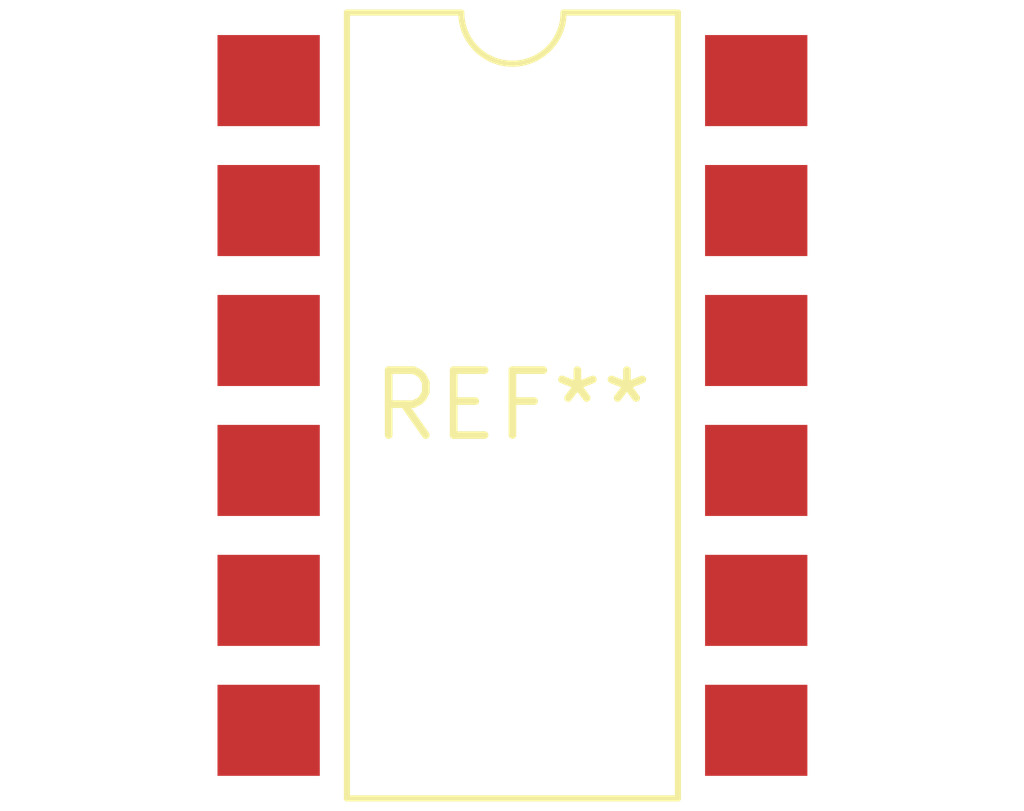
<source format=kicad_pcb>
(kicad_pcb (version 20240108) (generator pcbnew)
  (layers (0 "F.Cu" signal) (31 "B.Cu" signal) (34 "B.Paste" user) (35 "F.Paste" user) (36 "B.SilkS" user "B.Silkscreen") (37 "F.SilkS" user "F.Silkscreen") (38 "B.Mask" user) (39 "F.Mask" user) (44 "Edge.Cuts" user))
  (net 0 "")
  (footprint "SMDIP-12_W9.53mm" (layer "F.Cu") (at 0 0)
    (property "Reference" "REF**")
    (property "Value" "SMDIP-12_W9.53mm")
    (fp_line (start -3.235 -7.68) (end -3.235 7.68) (layer "F.SilkS") (stroke (width 0.12)))
    (fp_line (start -3.235 7.68) (end 3.235 7.68) (layer "F.SilkS") (stroke (width 0.12)))
    (fp_line (start -1 -7.68) (end -3.235 -7.68) (layer "F.SilkS") (stroke (width 0.12)))
    (fp_line (start 3.235 -7.68) (end 1 -7.68) (layer "F.SilkS") (stroke (width 0.12)))
    (fp_line (start 3.235 7.68) (end 3.235 -7.68) (layer "F.SilkS") (stroke (width 0.12)))
    (fp_arc (start 1 -7.68) (mid 0 -6.68) (end -1 -7.68) (layer "F.SilkS") (stroke (width 0.12)))
    (pad "1" smd rect (at -4.765 -6.35) (size 2 1.78) (layers "F.Cu" "F.Paste" "F.Mask"))
    (pad "2" smd rect (at -4.765 -3.81) (size 2 1.78) (layers "F.Cu" "F.Paste" "F.Mask"))
    (pad "3" smd rect (at -4.765 -1.27) (size 2 1.78) (layers "F.Cu" "F.Paste" "F.Mask"))
    (pad "4" smd rect (at -4.765 1.27) (size 2 1.78) (layers "F.Cu" "F.Paste" "F.Mask"))
    (pad "5" smd rect (at -4.765 3.81) (size 2 1.78) (layers "F.Cu" "F.Paste" "F.Mask"))
    (pad "6" smd rect (at -4.765 6.35) (size 2 1.78) (layers "F.Cu" "F.Paste" "F.Mask"))
    (pad "7" smd rect (at 4.765 6.35) (size 2 1.78) (layers "F.Cu" "F.Paste" "F.Mask"))
    (pad "8" smd rect (at 4.765 3.81) (size 2 1.78) (layers "F.Cu" "F.Paste" "F.Mask"))
    (pad "9" smd rect (at 4.765 1.27) (size 2 1.78) (layers "F.Cu" "F.Paste" "F.Mask"))
    (pad "10" smd rect (at 4.765 -1.27) (size 2 1.78) (layers "F.Cu" "F.Paste" "F.Mask"))
    (pad "11" smd rect (at 4.765 -3.81) (size 2 1.78) (layers "F.Cu" "F.Paste" "F.Mask"))
    (pad "12" smd rect (at 4.765 -6.35) (size 2 1.78) (layers "F.Cu" "F.Paste" "F.Mask"))
  )
)
</source>
